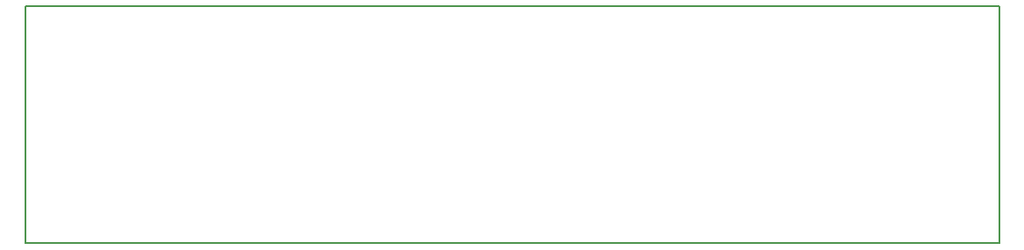
<source format=gm1>
G04 #@! TF.FileFunction,Profile,NP*
%FSLAX46Y46*%
G04 Gerber Fmt 4.6, Leading zero omitted, Abs format (unit mm)*
G04 Created by KiCad (PCBNEW 4.0.2+e4-6225~38~ubuntu15.10.1-stable) date Do 16 Jun 2016 08:59:29 CEST*
%MOMM*%
G01*
G04 APERTURE LIST*
%ADD10C,0.100000*%
%ADD11C,0.150000*%
G04 APERTURE END LIST*
D10*
D11*
X86360000Y-116840000D02*
X180340000Y-116840000D01*
X86360000Y-93980000D02*
X180340000Y-93980000D01*
X86360000Y-93980000D02*
X86360000Y-116840000D01*
X180340000Y-93980000D02*
X180340000Y-116840000D01*
M02*

</source>
